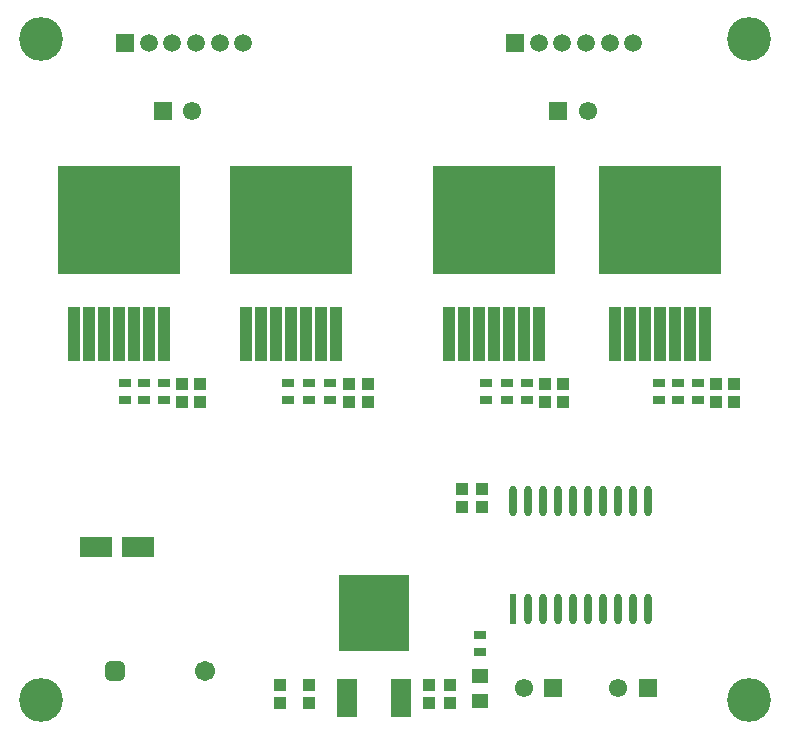
<source format=gts>
G04*
G04 #@! TF.GenerationSoftware,Altium Limited,Altium Designer,22.9.1 (49)*
G04*
G04 Layer_Color=8388736*
%FSTAX24Y24*%
%MOIN*%
G70*
G04*
G04 #@! TF.SameCoordinates,2FAE9610-6970-4823-A7E0-823FAA2A8A52*
G04*
G04*
G04 #@! TF.FilePolarity,Negative*
G04*
G01*
G75*
G04:AMPARAMS|DCode=24|XSize=102.5mil|YSize=24.5mil|CornerRadius=12.2mil|HoleSize=0mil|Usage=FLASHONLY|Rotation=90.000|XOffset=0mil|YOffset=0mil|HoleType=Round|Shape=RoundedRectangle|*
%AMROUNDEDRECTD24*
21,1,0.1025,0.0000,0,0,90.0*
21,1,0.0780,0.0245,0,0,90.0*
1,1,0.0245,0.0000,0.0390*
1,1,0.0245,0.0000,-0.0390*
1,1,0.0245,0.0000,-0.0390*
1,1,0.0245,0.0000,0.0390*
%
%ADD24ROUNDEDRECTD24*%
%ADD25R,0.0245X0.1025*%
%ADD26R,0.0552X0.0513*%
%ADD27R,0.0434X0.0297*%
%ADD28R,0.0395X0.0395*%
%ADD29R,0.2363X0.2521*%
%ADD30R,0.0710X0.1261*%
%ADD31R,0.1104X0.0710*%
%ADD32R,0.4076X0.3584*%
%ADD33R,0.0415X0.1793*%
%ADD34C,0.0592*%
%ADD35R,0.0592X0.0592*%
%ADD36C,0.0610*%
%ADD37R,0.0610X0.0610*%
%ADD38C,0.1460*%
G04:AMPARAMS|DCode=39|XSize=67.1mil|YSize=67.1mil|CornerRadius=18.8mil|HoleSize=0mil|Usage=FLASHONLY|Rotation=0.000|XOffset=0mil|YOffset=0mil|HoleType=Round|Shape=RoundedRectangle|*
%AMROUNDEDRECTD39*
21,1,0.0671,0.0295,0,0,0.0*
21,1,0.0295,0.0671,0,0,0.0*
1,1,0.0375,0.0148,-0.0148*
1,1,0.0375,-0.0148,-0.0148*
1,1,0.0375,-0.0148,0.0148*
1,1,0.0375,0.0148,0.0148*
%
%ADD39ROUNDEDRECTD39*%
%ADD40C,0.0671*%
D24*
X0168Y007895D02*
D03*
X0173D02*
D03*
X0178D02*
D03*
X0183D02*
D03*
X0188D02*
D03*
X0193D02*
D03*
X0198D02*
D03*
X0203D02*
D03*
X0208D02*
D03*
X0213D02*
D03*
Y0043D02*
D03*
X0208D02*
D03*
X0203D02*
D03*
X0198D02*
D03*
X0193D02*
D03*
X0188D02*
D03*
X0183D02*
D03*
X0178D02*
D03*
X0173D02*
D03*
D25*
X0168D02*
D03*
D26*
X0157Y002063D02*
D03*
Y001237D02*
D03*
D27*
Y003435D02*
D03*
Y002865D02*
D03*
X0107Y011824D02*
D03*
Y011254D02*
D03*
X0093Y011824D02*
D03*
Y011254D02*
D03*
X01Y011824D02*
D03*
Y011254D02*
D03*
X01725Y011824D02*
D03*
Y011254D02*
D03*
X02165Y011824D02*
D03*
Y011254D02*
D03*
X0159Y011824D02*
D03*
Y011254D02*
D03*
X0223Y011824D02*
D03*
Y011254D02*
D03*
X0166Y011824D02*
D03*
Y011254D02*
D03*
X02295Y011824D02*
D03*
Y011254D02*
D03*
X00385Y011824D02*
D03*
Y011254D02*
D03*
X0045Y011824D02*
D03*
Y011254D02*
D03*
X00515Y011824D02*
D03*
Y011254D02*
D03*
D28*
X01468Y001175D02*
D03*
Y001765D02*
D03*
X01787Y011796D02*
D03*
Y011206D02*
D03*
X00903Y001175D02*
D03*
Y001765D02*
D03*
X00998Y001175D02*
D03*
Y001765D02*
D03*
X01132Y011796D02*
D03*
Y011206D02*
D03*
X01195Y011796D02*
D03*
Y011206D02*
D03*
X00635Y011796D02*
D03*
Y011206D02*
D03*
X01847Y011796D02*
D03*
Y011206D02*
D03*
X01398Y001175D02*
D03*
Y001765D02*
D03*
X02357Y011796D02*
D03*
Y011206D02*
D03*
X02417Y011796D02*
D03*
Y011206D02*
D03*
X01575Y0077D02*
D03*
Y008291D02*
D03*
X0151Y007709D02*
D03*
Y0083D02*
D03*
X00575Y011796D02*
D03*
Y011206D02*
D03*
D29*
X01215Y004163D02*
D03*
D30*
X01305Y001337D02*
D03*
X01125D02*
D03*
D31*
X002891Y00635D02*
D03*
X004309D02*
D03*
D32*
X0217Y017269D02*
D03*
X01615D02*
D03*
X0094D02*
D03*
X00365D02*
D03*
D33*
X0232Y01345D02*
D03*
X0227D02*
D03*
X0222D02*
D03*
X0217D02*
D03*
X0212D02*
D03*
X0207D02*
D03*
X0202D02*
D03*
X01765D02*
D03*
X01715D02*
D03*
X01665D02*
D03*
X01615D02*
D03*
X01565D02*
D03*
X01515D02*
D03*
X01465D02*
D03*
X0109D02*
D03*
X0104D02*
D03*
X0099D02*
D03*
X0094D02*
D03*
X0089D02*
D03*
X0084D02*
D03*
X0079D02*
D03*
X00515D02*
D03*
X00465D02*
D03*
X00415D02*
D03*
X00365D02*
D03*
X00315D02*
D03*
X00265D02*
D03*
X00215D02*
D03*
D34*
X0078Y02315D02*
D03*
X007013D02*
D03*
X005438D02*
D03*
X00465D02*
D03*
X006225D02*
D03*
X0208D02*
D03*
X020013D02*
D03*
X018438D02*
D03*
X01765D02*
D03*
X019225D02*
D03*
D35*
X003863D02*
D03*
X016863D02*
D03*
D36*
X01715Y00165D02*
D03*
X019292Y0209D02*
D03*
X0061D02*
D03*
X020308Y00165D02*
D03*
D37*
X018134D02*
D03*
X018308Y0209D02*
D03*
X005116D02*
D03*
X021292Y00165D02*
D03*
D38*
X02465Y0233D02*
D03*
Y00125D02*
D03*
X00105Y0233D02*
D03*
Y00125D02*
D03*
D39*
X003534Y002238D02*
D03*
D40*
X006534D02*
D03*
M02*

</source>
